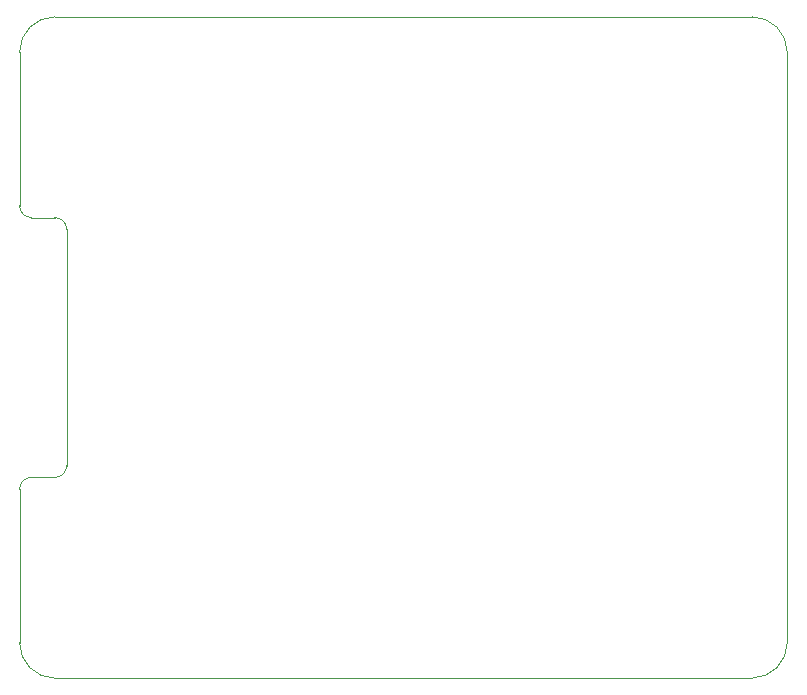
<source format=gbr>
%TF.GenerationSoftware,KiCad,Pcbnew,(5.1.10)-1*%
%TF.CreationDate,2021-12-08T13:53:17+01:00*%
%TF.ProjectId,shield_octo,73686965-6c64-45f6-9f63-746f2e6b6963,1*%
%TF.SameCoordinates,Original*%
%TF.FileFunction,Profile,NP*%
%FSLAX46Y46*%
G04 Gerber Fmt 4.6, Leading zero omitted, Abs format (unit mm)*
G04 Created by KiCad (PCBNEW (5.1.10)-1) date 2021-12-08 13:53:17*
%MOMM*%
%LPD*%
G01*
G04 APERTURE LIST*
%TA.AperFunction,Profile*%
%ADD10C,0.050000*%
%TD*%
G04 APERTURE END LIST*
D10*
X117000000Y-103000000D02*
X115000000Y-103000000D01*
X114000000Y-117000000D02*
X114000000Y-104000000D01*
X114000000Y-80000000D02*
X114000000Y-67000000D01*
X117000000Y-81000000D02*
X115000000Y-81000000D01*
X117000000Y-81000000D02*
G75*
G02*
X118000000Y-82000000I0J-1000000D01*
G01*
X114000000Y-104000000D02*
G75*
G02*
X115000000Y-103000000I1000000J0D01*
G01*
X115000000Y-81000000D02*
G75*
G02*
X114000000Y-80000000I0J1000000D01*
G01*
X118000000Y-102000000D02*
G75*
G02*
X117000000Y-103000000I-1000000J0D01*
G01*
X176000000Y-120000000D02*
X117000000Y-120000000D01*
X118000000Y-82000000D02*
X118000000Y-102000000D01*
X176000000Y-64000000D02*
X117000000Y-64000000D01*
X179000000Y-67000000D02*
X179000000Y-117000000D01*
X176000000Y-64000000D02*
G75*
G02*
X179000000Y-67000000I0J-3000000D01*
G01*
X179000000Y-117000000D02*
G75*
G02*
X176000000Y-120000000I-3000000J0D01*
G01*
X117000000Y-120000000D02*
G75*
G02*
X114000000Y-117000000I0J3000000D01*
G01*
X114000000Y-67000000D02*
G75*
G02*
X117000000Y-64000000I3000000J0D01*
G01*
M02*

</source>
